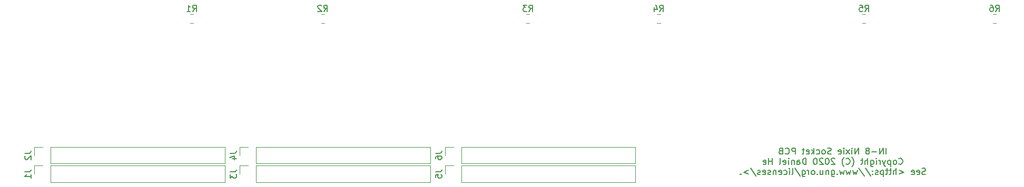
<source format=gbr>
%TF.GenerationSoftware,KiCad,Pcbnew,(5.1.5-131-g305ed0b65)-1*%
%TF.CreationDate,2020-09-08T16:14:20+08:00*%
%TF.ProjectId,IN-8,494e2d38-2e6b-4696-9361-645f70636258,rev?*%
%TF.SameCoordinates,Original*%
%TF.FileFunction,Legend,Bot*%
%TF.FilePolarity,Positive*%
%FSLAX46Y46*%
G04 Gerber Fmt 4.6, Leading zero omitted, Abs format (unit mm)*
G04 Created by KiCad (PCBNEW (5.1.5-131-g305ed0b65)-1) date 2020-09-08 16:14:20*
%MOMM*%
%LPD*%
G01*
G04 APERTURE LIST*
%ADD10C,0.150000*%
%ADD11C,0.120000*%
G04 APERTURE END LIST*
D10*
X211571428Y-95802380D02*
X211571428Y-94802380D01*
X211095238Y-95802380D02*
X211095238Y-94802380D01*
X210523809Y-95802380D01*
X210523809Y-94802380D01*
X210047619Y-95421428D02*
X209285714Y-95421428D01*
X208666666Y-95230952D02*
X208761904Y-95183333D01*
X208809523Y-95135714D01*
X208857142Y-95040476D01*
X208857142Y-94992857D01*
X208809523Y-94897619D01*
X208761904Y-94850000D01*
X208666666Y-94802380D01*
X208476190Y-94802380D01*
X208380952Y-94850000D01*
X208333333Y-94897619D01*
X208285714Y-94992857D01*
X208285714Y-95040476D01*
X208333333Y-95135714D01*
X208380952Y-95183333D01*
X208476190Y-95230952D01*
X208666666Y-95230952D01*
X208761904Y-95278571D01*
X208809523Y-95326190D01*
X208857142Y-95421428D01*
X208857142Y-95611904D01*
X208809523Y-95707142D01*
X208761904Y-95754761D01*
X208666666Y-95802380D01*
X208476190Y-95802380D01*
X208380952Y-95754761D01*
X208333333Y-95707142D01*
X208285714Y-95611904D01*
X208285714Y-95421428D01*
X208333333Y-95326190D01*
X208380952Y-95278571D01*
X208476190Y-95230952D01*
X207095238Y-95802380D02*
X207095238Y-94802380D01*
X206523809Y-95802380D01*
X206523809Y-94802380D01*
X206047619Y-95802380D02*
X206047619Y-95135714D01*
X206047619Y-94802380D02*
X206095238Y-94850000D01*
X206047619Y-94897619D01*
X206000000Y-94850000D01*
X206047619Y-94802380D01*
X206047619Y-94897619D01*
X205666666Y-95802380D02*
X205142857Y-95135714D01*
X205666666Y-95135714D02*
X205142857Y-95802380D01*
X204761904Y-95802380D02*
X204761904Y-95135714D01*
X204761904Y-94802380D02*
X204809523Y-94850000D01*
X204761904Y-94897619D01*
X204714285Y-94850000D01*
X204761904Y-94802380D01*
X204761904Y-94897619D01*
X203904761Y-95754761D02*
X204000000Y-95802380D01*
X204190476Y-95802380D01*
X204285714Y-95754761D01*
X204333333Y-95659523D01*
X204333333Y-95278571D01*
X204285714Y-95183333D01*
X204190476Y-95135714D01*
X204000000Y-95135714D01*
X203904761Y-95183333D01*
X203857142Y-95278571D01*
X203857142Y-95373809D01*
X204333333Y-95469047D01*
X202714285Y-95754761D02*
X202571428Y-95802380D01*
X202333333Y-95802380D01*
X202238095Y-95754761D01*
X202190476Y-95707142D01*
X202142857Y-95611904D01*
X202142857Y-95516666D01*
X202190476Y-95421428D01*
X202238095Y-95373809D01*
X202333333Y-95326190D01*
X202523809Y-95278571D01*
X202619047Y-95230952D01*
X202666666Y-95183333D01*
X202714285Y-95088095D01*
X202714285Y-94992857D01*
X202666666Y-94897619D01*
X202619047Y-94850000D01*
X202523809Y-94802380D01*
X202285714Y-94802380D01*
X202142857Y-94850000D01*
X201571428Y-95802380D02*
X201666666Y-95754761D01*
X201714285Y-95707142D01*
X201761904Y-95611904D01*
X201761904Y-95326190D01*
X201714285Y-95230952D01*
X201666666Y-95183333D01*
X201571428Y-95135714D01*
X201428571Y-95135714D01*
X201333333Y-95183333D01*
X201285714Y-95230952D01*
X201238095Y-95326190D01*
X201238095Y-95611904D01*
X201285714Y-95707142D01*
X201333333Y-95754761D01*
X201428571Y-95802380D01*
X201571428Y-95802380D01*
X200380952Y-95754761D02*
X200476190Y-95802380D01*
X200666666Y-95802380D01*
X200761904Y-95754761D01*
X200809523Y-95707142D01*
X200857142Y-95611904D01*
X200857142Y-95326190D01*
X200809523Y-95230952D01*
X200761904Y-95183333D01*
X200666666Y-95135714D01*
X200476190Y-95135714D01*
X200380952Y-95183333D01*
X199952380Y-95802380D02*
X199952380Y-94802380D01*
X199857142Y-95421428D02*
X199571428Y-95802380D01*
X199571428Y-95135714D02*
X199952380Y-95516666D01*
X198761904Y-95754761D02*
X198857142Y-95802380D01*
X199047619Y-95802380D01*
X199142857Y-95754761D01*
X199190476Y-95659523D01*
X199190476Y-95278571D01*
X199142857Y-95183333D01*
X199047619Y-95135714D01*
X198857142Y-95135714D01*
X198761904Y-95183333D01*
X198714285Y-95278571D01*
X198714285Y-95373809D01*
X199190476Y-95469047D01*
X198428571Y-95135714D02*
X198047619Y-95135714D01*
X198285714Y-94802380D02*
X198285714Y-95659523D01*
X198238095Y-95754761D01*
X198142857Y-95802380D01*
X198047619Y-95802380D01*
X196952380Y-95802380D02*
X196952380Y-94802380D01*
X196571428Y-94802380D01*
X196476190Y-94850000D01*
X196428571Y-94897619D01*
X196380952Y-94992857D01*
X196380952Y-95135714D01*
X196428571Y-95230952D01*
X196476190Y-95278571D01*
X196571428Y-95326190D01*
X196952380Y-95326190D01*
X195380952Y-95707142D02*
X195428571Y-95754761D01*
X195571428Y-95802380D01*
X195666666Y-95802380D01*
X195809523Y-95754761D01*
X195904761Y-95659523D01*
X195952380Y-95564285D01*
X196000000Y-95373809D01*
X196000000Y-95230952D01*
X195952380Y-95040476D01*
X195904761Y-94945238D01*
X195809523Y-94850000D01*
X195666666Y-94802380D01*
X195571428Y-94802380D01*
X195428571Y-94850000D01*
X195380952Y-94897619D01*
X194619047Y-95278571D02*
X194476190Y-95326190D01*
X194428571Y-95373809D01*
X194380952Y-95469047D01*
X194380952Y-95611904D01*
X194428571Y-95707142D01*
X194476190Y-95754761D01*
X194571428Y-95802380D01*
X194952380Y-95802380D01*
X194952380Y-94802380D01*
X194619047Y-94802380D01*
X194523809Y-94850000D01*
X194476190Y-94897619D01*
X194428571Y-94992857D01*
X194428571Y-95088095D01*
X194476190Y-95183333D01*
X194523809Y-95230952D01*
X194619047Y-95278571D01*
X194952380Y-95278571D01*
X213595238Y-97357142D02*
X213642857Y-97404761D01*
X213785714Y-97452380D01*
X213880952Y-97452380D01*
X214023809Y-97404761D01*
X214119047Y-97309523D01*
X214166666Y-97214285D01*
X214214285Y-97023809D01*
X214214285Y-96880952D01*
X214166666Y-96690476D01*
X214119047Y-96595238D01*
X214023809Y-96500000D01*
X213880952Y-96452380D01*
X213785714Y-96452380D01*
X213642857Y-96500000D01*
X213595238Y-96547619D01*
X213023809Y-97452380D02*
X213119047Y-97404761D01*
X213166666Y-97357142D01*
X213214285Y-97261904D01*
X213214285Y-96976190D01*
X213166666Y-96880952D01*
X213119047Y-96833333D01*
X213023809Y-96785714D01*
X212880952Y-96785714D01*
X212785714Y-96833333D01*
X212738095Y-96880952D01*
X212690476Y-96976190D01*
X212690476Y-97261904D01*
X212738095Y-97357142D01*
X212785714Y-97404761D01*
X212880952Y-97452380D01*
X213023809Y-97452380D01*
X212261904Y-96785714D02*
X212261904Y-97785714D01*
X212261904Y-96833333D02*
X212166666Y-96785714D01*
X211976190Y-96785714D01*
X211880952Y-96833333D01*
X211833333Y-96880952D01*
X211785714Y-96976190D01*
X211785714Y-97261904D01*
X211833333Y-97357142D01*
X211880952Y-97404761D01*
X211976190Y-97452380D01*
X212166666Y-97452380D01*
X212261904Y-97404761D01*
X211452380Y-96785714D02*
X211214285Y-97452380D01*
X210976190Y-96785714D02*
X211214285Y-97452380D01*
X211309523Y-97690476D01*
X211357142Y-97738095D01*
X211452380Y-97785714D01*
X210595238Y-97452380D02*
X210595238Y-96785714D01*
X210595238Y-96976190D02*
X210547619Y-96880952D01*
X210500000Y-96833333D01*
X210404761Y-96785714D01*
X210309523Y-96785714D01*
X209976190Y-97452380D02*
X209976190Y-96785714D01*
X209976190Y-96452380D02*
X210023809Y-96500000D01*
X209976190Y-96547619D01*
X209928571Y-96500000D01*
X209976190Y-96452380D01*
X209976190Y-96547619D01*
X209071428Y-96785714D02*
X209071428Y-97595238D01*
X209119047Y-97690476D01*
X209166666Y-97738095D01*
X209261904Y-97785714D01*
X209404761Y-97785714D01*
X209500000Y-97738095D01*
X209071428Y-97404761D02*
X209166666Y-97452380D01*
X209357142Y-97452380D01*
X209452380Y-97404761D01*
X209500000Y-97357142D01*
X209547619Y-97261904D01*
X209547619Y-96976190D01*
X209500000Y-96880952D01*
X209452380Y-96833333D01*
X209357142Y-96785714D01*
X209166666Y-96785714D01*
X209071428Y-96833333D01*
X208595238Y-97452380D02*
X208595238Y-96452380D01*
X208166666Y-97452380D02*
X208166666Y-96928571D01*
X208214285Y-96833333D01*
X208309523Y-96785714D01*
X208452380Y-96785714D01*
X208547619Y-96833333D01*
X208595238Y-96880952D01*
X207833333Y-96785714D02*
X207452380Y-96785714D01*
X207690476Y-96452380D02*
X207690476Y-97309523D01*
X207642857Y-97404761D01*
X207547619Y-97452380D01*
X207452380Y-97452380D01*
X206071428Y-97833333D02*
X206119047Y-97785714D01*
X206214285Y-97642857D01*
X206261904Y-97547619D01*
X206309523Y-97404761D01*
X206357142Y-97166666D01*
X206357142Y-96976190D01*
X206309523Y-96738095D01*
X206261904Y-96595238D01*
X206214285Y-96500000D01*
X206119047Y-96357142D01*
X206071428Y-96309523D01*
X205119047Y-97357142D02*
X205166666Y-97404761D01*
X205309523Y-97452380D01*
X205404761Y-97452380D01*
X205547619Y-97404761D01*
X205642857Y-97309523D01*
X205690476Y-97214285D01*
X205738095Y-97023809D01*
X205738095Y-96880952D01*
X205690476Y-96690476D01*
X205642857Y-96595238D01*
X205547619Y-96500000D01*
X205404761Y-96452380D01*
X205309523Y-96452380D01*
X205166666Y-96500000D01*
X205119047Y-96547619D01*
X204785714Y-97833333D02*
X204738095Y-97785714D01*
X204642857Y-97642857D01*
X204595238Y-97547619D01*
X204547619Y-97404761D01*
X204500000Y-97166666D01*
X204500000Y-96976190D01*
X204547619Y-96738095D01*
X204595238Y-96595238D01*
X204642857Y-96500000D01*
X204738095Y-96357142D01*
X204785714Y-96309523D01*
X203309523Y-96547619D02*
X203261904Y-96500000D01*
X203166666Y-96452380D01*
X202928571Y-96452380D01*
X202833333Y-96500000D01*
X202785714Y-96547619D01*
X202738095Y-96642857D01*
X202738095Y-96738095D01*
X202785714Y-96880952D01*
X203357142Y-97452380D01*
X202738095Y-97452380D01*
X202119047Y-96452380D02*
X202023809Y-96452380D01*
X201928571Y-96500000D01*
X201880952Y-96547619D01*
X201833333Y-96642857D01*
X201785714Y-96833333D01*
X201785714Y-97071428D01*
X201833333Y-97261904D01*
X201880952Y-97357142D01*
X201928571Y-97404761D01*
X202023809Y-97452380D01*
X202119047Y-97452380D01*
X202214285Y-97404761D01*
X202261904Y-97357142D01*
X202309523Y-97261904D01*
X202357142Y-97071428D01*
X202357142Y-96833333D01*
X202309523Y-96642857D01*
X202261904Y-96547619D01*
X202214285Y-96500000D01*
X202119047Y-96452380D01*
X201404761Y-96547619D02*
X201357142Y-96500000D01*
X201261904Y-96452380D01*
X201023809Y-96452380D01*
X200928571Y-96500000D01*
X200880952Y-96547619D01*
X200833333Y-96642857D01*
X200833333Y-96738095D01*
X200880952Y-96880952D01*
X201452380Y-97452380D01*
X200833333Y-97452380D01*
X200214285Y-96452380D02*
X200119047Y-96452380D01*
X200023809Y-96500000D01*
X199976190Y-96547619D01*
X199928571Y-96642857D01*
X199880952Y-96833333D01*
X199880952Y-97071428D01*
X199928571Y-97261904D01*
X199976190Y-97357142D01*
X200023809Y-97404761D01*
X200119047Y-97452380D01*
X200214285Y-97452380D01*
X200309523Y-97404761D01*
X200357142Y-97357142D01*
X200404761Y-97261904D01*
X200452380Y-97071428D01*
X200452380Y-96833333D01*
X200404761Y-96642857D01*
X200357142Y-96547619D01*
X200309523Y-96500000D01*
X200214285Y-96452380D01*
X198690476Y-97452380D02*
X198690476Y-96452380D01*
X198452380Y-96452380D01*
X198309523Y-96500000D01*
X198214285Y-96595238D01*
X198166666Y-96690476D01*
X198119047Y-96880952D01*
X198119047Y-97023809D01*
X198166666Y-97214285D01*
X198214285Y-97309523D01*
X198309523Y-97404761D01*
X198452380Y-97452380D01*
X198690476Y-97452380D01*
X197261904Y-97452380D02*
X197261904Y-96928571D01*
X197309523Y-96833333D01*
X197404761Y-96785714D01*
X197595238Y-96785714D01*
X197690476Y-96833333D01*
X197261904Y-97404761D02*
X197357142Y-97452380D01*
X197595238Y-97452380D01*
X197690476Y-97404761D01*
X197738095Y-97309523D01*
X197738095Y-97214285D01*
X197690476Y-97119047D01*
X197595238Y-97071428D01*
X197357142Y-97071428D01*
X197261904Y-97023809D01*
X196785714Y-96785714D02*
X196785714Y-97452380D01*
X196785714Y-96880952D02*
X196738095Y-96833333D01*
X196642857Y-96785714D01*
X196500000Y-96785714D01*
X196404761Y-96833333D01*
X196357142Y-96928571D01*
X196357142Y-97452380D01*
X195880952Y-97452380D02*
X195880952Y-96785714D01*
X195880952Y-96452380D02*
X195928571Y-96500000D01*
X195880952Y-96547619D01*
X195833333Y-96500000D01*
X195880952Y-96452380D01*
X195880952Y-96547619D01*
X195023809Y-97404761D02*
X195119047Y-97452380D01*
X195309523Y-97452380D01*
X195404761Y-97404761D01*
X195452380Y-97309523D01*
X195452380Y-96928571D01*
X195404761Y-96833333D01*
X195309523Y-96785714D01*
X195119047Y-96785714D01*
X195023809Y-96833333D01*
X194976190Y-96928571D01*
X194976190Y-97023809D01*
X195452380Y-97119047D01*
X194404761Y-97452380D02*
X194500000Y-97404761D01*
X194547619Y-97309523D01*
X194547619Y-96452380D01*
X193261904Y-97452380D02*
X193261904Y-96452380D01*
X193261904Y-96928571D02*
X192690476Y-96928571D01*
X192690476Y-97452380D02*
X192690476Y-96452380D01*
X191833333Y-97404761D02*
X191928571Y-97452380D01*
X192119047Y-97452380D01*
X192214285Y-97404761D01*
X192261904Y-97309523D01*
X192261904Y-96928571D01*
X192214285Y-96833333D01*
X192119047Y-96785714D01*
X191928571Y-96785714D01*
X191833333Y-96833333D01*
X191785714Y-96928571D01*
X191785714Y-97023809D01*
X192261904Y-97119047D01*
X217880952Y-99054761D02*
X217738095Y-99102380D01*
X217500000Y-99102380D01*
X217404761Y-99054761D01*
X217357142Y-99007142D01*
X217309523Y-98911904D01*
X217309523Y-98816666D01*
X217357142Y-98721428D01*
X217404761Y-98673809D01*
X217500000Y-98626190D01*
X217690476Y-98578571D01*
X217785714Y-98530952D01*
X217833333Y-98483333D01*
X217880952Y-98388095D01*
X217880952Y-98292857D01*
X217833333Y-98197619D01*
X217785714Y-98150000D01*
X217690476Y-98102380D01*
X217452380Y-98102380D01*
X217309523Y-98150000D01*
X216500000Y-99054761D02*
X216595238Y-99102380D01*
X216785714Y-99102380D01*
X216880952Y-99054761D01*
X216928571Y-98959523D01*
X216928571Y-98578571D01*
X216880952Y-98483333D01*
X216785714Y-98435714D01*
X216595238Y-98435714D01*
X216500000Y-98483333D01*
X216452380Y-98578571D01*
X216452380Y-98673809D01*
X216928571Y-98769047D01*
X215642857Y-99054761D02*
X215738095Y-99102380D01*
X215928571Y-99102380D01*
X216023809Y-99054761D01*
X216071428Y-98959523D01*
X216071428Y-98578571D01*
X216023809Y-98483333D01*
X215928571Y-98435714D01*
X215738095Y-98435714D01*
X215642857Y-98483333D01*
X215595238Y-98578571D01*
X215595238Y-98673809D01*
X216071428Y-98769047D01*
X213642857Y-98435714D02*
X214404761Y-98721428D01*
X213642857Y-99007142D01*
X213166666Y-99102380D02*
X213166666Y-98102380D01*
X212738095Y-99102380D02*
X212738095Y-98578571D01*
X212785714Y-98483333D01*
X212880952Y-98435714D01*
X213023809Y-98435714D01*
X213119047Y-98483333D01*
X213166666Y-98530952D01*
X212404761Y-98435714D02*
X212023809Y-98435714D01*
X212261904Y-98102380D02*
X212261904Y-98959523D01*
X212214285Y-99054761D01*
X212119047Y-99102380D01*
X212023809Y-99102380D01*
X211833333Y-98435714D02*
X211452380Y-98435714D01*
X211690476Y-98102380D02*
X211690476Y-98959523D01*
X211642857Y-99054761D01*
X211547619Y-99102380D01*
X211452380Y-99102380D01*
X211119047Y-98435714D02*
X211119047Y-99435714D01*
X211119047Y-98483333D02*
X211023809Y-98435714D01*
X210833333Y-98435714D01*
X210738095Y-98483333D01*
X210690476Y-98530952D01*
X210642857Y-98626190D01*
X210642857Y-98911904D01*
X210690476Y-99007142D01*
X210738095Y-99054761D01*
X210833333Y-99102380D01*
X211023809Y-99102380D01*
X211119047Y-99054761D01*
X210261904Y-99054761D02*
X210166666Y-99102380D01*
X209976190Y-99102380D01*
X209880952Y-99054761D01*
X209833333Y-98959523D01*
X209833333Y-98911904D01*
X209880952Y-98816666D01*
X209976190Y-98769047D01*
X210119047Y-98769047D01*
X210214285Y-98721428D01*
X210261904Y-98626190D01*
X210261904Y-98578571D01*
X210214285Y-98483333D01*
X210119047Y-98435714D01*
X209976190Y-98435714D01*
X209880952Y-98483333D01*
X209404761Y-99007142D02*
X209357142Y-99054761D01*
X209404761Y-99102380D01*
X209452380Y-99054761D01*
X209404761Y-99007142D01*
X209404761Y-99102380D01*
X209404761Y-98483333D02*
X209357142Y-98530952D01*
X209404761Y-98578571D01*
X209452380Y-98530952D01*
X209404761Y-98483333D01*
X209404761Y-98578571D01*
X208214285Y-98054761D02*
X209071428Y-99340476D01*
X207166666Y-98054761D02*
X208023809Y-99340476D01*
X206928571Y-98435714D02*
X206738095Y-99102380D01*
X206547619Y-98626190D01*
X206357142Y-99102380D01*
X206166666Y-98435714D01*
X205880952Y-98435714D02*
X205690476Y-99102380D01*
X205500000Y-98626190D01*
X205309523Y-99102380D01*
X205119047Y-98435714D01*
X204833333Y-98435714D02*
X204642857Y-99102380D01*
X204452380Y-98626190D01*
X204261904Y-99102380D01*
X204071428Y-98435714D01*
X203690476Y-99007142D02*
X203642857Y-99054761D01*
X203690476Y-99102380D01*
X203738095Y-99054761D01*
X203690476Y-99007142D01*
X203690476Y-99102380D01*
X202785714Y-98435714D02*
X202785714Y-99245238D01*
X202833333Y-99340476D01*
X202880952Y-99388095D01*
X202976190Y-99435714D01*
X203119047Y-99435714D01*
X203214285Y-99388095D01*
X202785714Y-99054761D02*
X202880952Y-99102380D01*
X203071428Y-99102380D01*
X203166666Y-99054761D01*
X203214285Y-99007142D01*
X203261904Y-98911904D01*
X203261904Y-98626190D01*
X203214285Y-98530952D01*
X203166666Y-98483333D01*
X203071428Y-98435714D01*
X202880952Y-98435714D01*
X202785714Y-98483333D01*
X202309523Y-98435714D02*
X202309523Y-99102380D01*
X202309523Y-98530952D02*
X202261904Y-98483333D01*
X202166666Y-98435714D01*
X202023809Y-98435714D01*
X201928571Y-98483333D01*
X201880952Y-98578571D01*
X201880952Y-99102380D01*
X200976190Y-98435714D02*
X200976190Y-99102380D01*
X201404761Y-98435714D02*
X201404761Y-98959523D01*
X201357142Y-99054761D01*
X201261904Y-99102380D01*
X201119047Y-99102380D01*
X201023809Y-99054761D01*
X200976190Y-99007142D01*
X200500000Y-99007142D02*
X200452380Y-99054761D01*
X200500000Y-99102380D01*
X200547619Y-99054761D01*
X200500000Y-99007142D01*
X200500000Y-99102380D01*
X199880952Y-99102380D02*
X199976190Y-99054761D01*
X200023809Y-99007142D01*
X200071428Y-98911904D01*
X200071428Y-98626190D01*
X200023809Y-98530952D01*
X199976190Y-98483333D01*
X199880952Y-98435714D01*
X199738095Y-98435714D01*
X199642857Y-98483333D01*
X199595238Y-98530952D01*
X199547619Y-98626190D01*
X199547619Y-98911904D01*
X199595238Y-99007142D01*
X199642857Y-99054761D01*
X199738095Y-99102380D01*
X199880952Y-99102380D01*
X199119047Y-99102380D02*
X199119047Y-98435714D01*
X199119047Y-98626190D02*
X199071428Y-98530952D01*
X199023809Y-98483333D01*
X198928571Y-98435714D01*
X198833333Y-98435714D01*
X198071428Y-98435714D02*
X198071428Y-99245238D01*
X198119047Y-99340476D01*
X198166666Y-99388095D01*
X198261904Y-99435714D01*
X198404761Y-99435714D01*
X198500000Y-99388095D01*
X198071428Y-99054761D02*
X198166666Y-99102380D01*
X198357142Y-99102380D01*
X198452380Y-99054761D01*
X198500000Y-99007142D01*
X198547619Y-98911904D01*
X198547619Y-98626190D01*
X198500000Y-98530952D01*
X198452380Y-98483333D01*
X198357142Y-98435714D01*
X198166666Y-98435714D01*
X198071428Y-98483333D01*
X196880952Y-98054761D02*
X197738095Y-99340476D01*
X196404761Y-99102380D02*
X196500000Y-99054761D01*
X196547619Y-98959523D01*
X196547619Y-98102380D01*
X196023809Y-99102380D02*
X196023809Y-98435714D01*
X196023809Y-98102380D02*
X196071428Y-98150000D01*
X196023809Y-98197619D01*
X195976190Y-98150000D01*
X196023809Y-98102380D01*
X196023809Y-98197619D01*
X195119047Y-99054761D02*
X195214285Y-99102380D01*
X195404761Y-99102380D01*
X195500000Y-99054761D01*
X195547619Y-99007142D01*
X195595238Y-98911904D01*
X195595238Y-98626190D01*
X195547619Y-98530952D01*
X195500000Y-98483333D01*
X195404761Y-98435714D01*
X195214285Y-98435714D01*
X195119047Y-98483333D01*
X194309523Y-99054761D02*
X194404761Y-99102380D01*
X194595238Y-99102380D01*
X194690476Y-99054761D01*
X194738095Y-98959523D01*
X194738095Y-98578571D01*
X194690476Y-98483333D01*
X194595238Y-98435714D01*
X194404761Y-98435714D01*
X194309523Y-98483333D01*
X194261904Y-98578571D01*
X194261904Y-98673809D01*
X194738095Y-98769047D01*
X193833333Y-98435714D02*
X193833333Y-99102380D01*
X193833333Y-98530952D02*
X193785714Y-98483333D01*
X193690476Y-98435714D01*
X193547619Y-98435714D01*
X193452380Y-98483333D01*
X193404761Y-98578571D01*
X193404761Y-99102380D01*
X192976190Y-99054761D02*
X192880952Y-99102380D01*
X192690476Y-99102380D01*
X192595238Y-99054761D01*
X192547619Y-98959523D01*
X192547619Y-98911904D01*
X192595238Y-98816666D01*
X192690476Y-98769047D01*
X192833333Y-98769047D01*
X192928571Y-98721428D01*
X192976190Y-98626190D01*
X192976190Y-98578571D01*
X192928571Y-98483333D01*
X192833333Y-98435714D01*
X192690476Y-98435714D01*
X192595238Y-98483333D01*
X191738095Y-99054761D02*
X191833333Y-99102380D01*
X192023809Y-99102380D01*
X192119047Y-99054761D01*
X192166666Y-98959523D01*
X192166666Y-98578571D01*
X192119047Y-98483333D01*
X192023809Y-98435714D01*
X191833333Y-98435714D01*
X191738095Y-98483333D01*
X191690476Y-98578571D01*
X191690476Y-98673809D01*
X192166666Y-98769047D01*
X191309523Y-99054761D02*
X191214285Y-99102380D01*
X191023809Y-99102380D01*
X190928571Y-99054761D01*
X190880952Y-98959523D01*
X190880952Y-98911904D01*
X190928571Y-98816666D01*
X191023809Y-98769047D01*
X191166666Y-98769047D01*
X191261904Y-98721428D01*
X191309523Y-98626190D01*
X191309523Y-98578571D01*
X191261904Y-98483333D01*
X191166666Y-98435714D01*
X191023809Y-98435714D01*
X190928571Y-98483333D01*
X189738095Y-98054761D02*
X190595238Y-99340476D01*
X189404761Y-98435714D02*
X188642857Y-98721428D01*
X189404761Y-99007142D01*
X188166666Y-99007142D02*
X188119047Y-99054761D01*
X188166666Y-99102380D01*
X188214285Y-99054761D01*
X188166666Y-99007142D01*
X188166666Y-99102380D01*
D11*
%TO.C,J1*%
X105270000Y-97670000D02*
X105270000Y-100330000D01*
X77270000Y-97670000D02*
X105270000Y-97670000D01*
X77270000Y-100330000D02*
X105270000Y-100330000D01*
X77270000Y-97670000D02*
X77270000Y-100330000D01*
X76000000Y-97670000D02*
X74670000Y-97670000D01*
X74670000Y-97670000D02*
X74670000Y-99000000D01*
%TO.C,J2*%
X105270000Y-94670000D02*
X105270000Y-97330000D01*
X77270000Y-94670000D02*
X105270000Y-94670000D01*
X77270000Y-97330000D02*
X105270000Y-97330000D01*
X77270000Y-94670000D02*
X77270000Y-97330000D01*
X76000000Y-94670000D02*
X74670000Y-94670000D01*
X74670000Y-94670000D02*
X74670000Y-96000000D01*
%TO.C,J3*%
X138270000Y-97670000D02*
X138270000Y-100330000D01*
X110270000Y-97670000D02*
X138270000Y-97670000D01*
X110270000Y-100330000D02*
X138270000Y-100330000D01*
X110270000Y-97670000D02*
X110270000Y-100330000D01*
X109000000Y-97670000D02*
X107670000Y-97670000D01*
X107670000Y-97670000D02*
X107670000Y-99000000D01*
%TO.C,J4*%
X107670000Y-94670000D02*
X107670000Y-96000000D01*
X109000000Y-94670000D02*
X107670000Y-94670000D01*
X110270000Y-94670000D02*
X110270000Y-97330000D01*
X110270000Y-97330000D02*
X138270000Y-97330000D01*
X110270000Y-94670000D02*
X138270000Y-94670000D01*
X138270000Y-94670000D02*
X138270000Y-97330000D01*
%TO.C,J5*%
X140670000Y-97670000D02*
X140670000Y-99000000D01*
X142000000Y-97670000D02*
X140670000Y-97670000D01*
X143270000Y-97670000D02*
X143270000Y-100330000D01*
X143270000Y-100330000D02*
X171270000Y-100330000D01*
X143270000Y-97670000D02*
X171270000Y-97670000D01*
X171270000Y-97670000D02*
X171270000Y-100330000D01*
%TO.C,J6*%
X140670000Y-94670000D02*
X140670000Y-96000000D01*
X142000000Y-94670000D02*
X140670000Y-94670000D01*
X143270000Y-94670000D02*
X143270000Y-97330000D01*
X143270000Y-97330000D02*
X171270000Y-97330000D01*
X143270000Y-94670000D02*
X171270000Y-94670000D01*
X171270000Y-94670000D02*
X171270000Y-97330000D01*
%TO.C,R1*%
X100196078Y-73290000D02*
X99678922Y-73290000D01*
X100196078Y-74710000D02*
X99678922Y-74710000D01*
%TO.C,R2*%
X121258578Y-73290000D02*
X120741422Y-73290000D01*
X121258578Y-74710000D02*
X120741422Y-74710000D01*
%TO.C,R3*%
X154258578Y-73290000D02*
X153741422Y-73290000D01*
X154258578Y-74710000D02*
X153741422Y-74710000D01*
%TO.C,R4*%
X175258578Y-74710000D02*
X174741422Y-74710000D01*
X175258578Y-73290000D02*
X174741422Y-73290000D01*
%TO.C,R5*%
X208258578Y-74710000D02*
X207741422Y-74710000D01*
X208258578Y-73290000D02*
X207741422Y-73290000D01*
%TO.C,R6*%
X229258578Y-74710000D02*
X228741422Y-74710000D01*
X229258578Y-73290000D02*
X228741422Y-73290000D01*
%TO.C,J1*%
D10*
X73122380Y-98666666D02*
X73836666Y-98666666D01*
X73979523Y-98619047D01*
X74074761Y-98523809D01*
X74122380Y-98380952D01*
X74122380Y-98285714D01*
X74122380Y-99666666D02*
X74122380Y-99095238D01*
X74122380Y-99380952D02*
X73122380Y-99380952D01*
X73265238Y-99285714D01*
X73360476Y-99190476D01*
X73408095Y-99095238D01*
%TO.C,J2*%
X73122380Y-95666666D02*
X73836666Y-95666666D01*
X73979523Y-95619047D01*
X74074761Y-95523809D01*
X74122380Y-95380952D01*
X74122380Y-95285714D01*
X73217619Y-96095238D02*
X73170000Y-96142857D01*
X73122380Y-96238095D01*
X73122380Y-96476190D01*
X73170000Y-96571428D01*
X73217619Y-96619047D01*
X73312857Y-96666666D01*
X73408095Y-96666666D01*
X73550952Y-96619047D01*
X74122380Y-96047619D01*
X74122380Y-96666666D01*
%TO.C,J3*%
X106122380Y-98666666D02*
X106836666Y-98666666D01*
X106979523Y-98619047D01*
X107074761Y-98523809D01*
X107122380Y-98380952D01*
X107122380Y-98285714D01*
X106122380Y-99047619D02*
X106122380Y-99666666D01*
X106503333Y-99333333D01*
X106503333Y-99476190D01*
X106550952Y-99571428D01*
X106598571Y-99619047D01*
X106693809Y-99666666D01*
X106931904Y-99666666D01*
X107027142Y-99619047D01*
X107074761Y-99571428D01*
X107122380Y-99476190D01*
X107122380Y-99190476D01*
X107074761Y-99095238D01*
X107027142Y-99047619D01*
%TO.C,J4*%
X106122380Y-95666666D02*
X106836666Y-95666666D01*
X106979523Y-95619047D01*
X107074761Y-95523809D01*
X107122380Y-95380952D01*
X107122380Y-95285714D01*
X106455714Y-96571428D02*
X107122380Y-96571428D01*
X106074761Y-96333333D02*
X106789047Y-96095238D01*
X106789047Y-96714285D01*
%TO.C,J5*%
X139122380Y-98666666D02*
X139836666Y-98666666D01*
X139979523Y-98619047D01*
X140074761Y-98523809D01*
X140122380Y-98380952D01*
X140122380Y-98285714D01*
X139122380Y-99619047D02*
X139122380Y-99142857D01*
X139598571Y-99095238D01*
X139550952Y-99142857D01*
X139503333Y-99238095D01*
X139503333Y-99476190D01*
X139550952Y-99571428D01*
X139598571Y-99619047D01*
X139693809Y-99666666D01*
X139931904Y-99666666D01*
X140027142Y-99619047D01*
X140074761Y-99571428D01*
X140122380Y-99476190D01*
X140122380Y-99238095D01*
X140074761Y-99142857D01*
X140027142Y-99095238D01*
%TO.C,J6*%
X139122380Y-95666666D02*
X139836666Y-95666666D01*
X139979523Y-95619047D01*
X140074761Y-95523809D01*
X140122380Y-95380952D01*
X140122380Y-95285714D01*
X139122380Y-96571428D02*
X139122380Y-96380952D01*
X139170000Y-96285714D01*
X139217619Y-96238095D01*
X139360476Y-96142857D01*
X139550952Y-96095238D01*
X139931904Y-96095238D01*
X140027142Y-96142857D01*
X140074761Y-96190476D01*
X140122380Y-96285714D01*
X140122380Y-96476190D01*
X140074761Y-96571428D01*
X140027142Y-96619047D01*
X139931904Y-96666666D01*
X139693809Y-96666666D01*
X139598571Y-96619047D01*
X139550952Y-96571428D01*
X139503333Y-96476190D01*
X139503333Y-96285714D01*
X139550952Y-96190476D01*
X139598571Y-96142857D01*
X139693809Y-96095238D01*
%TO.C,R1*%
X100104166Y-72802380D02*
X100437500Y-72326190D01*
X100675595Y-72802380D02*
X100675595Y-71802380D01*
X100294642Y-71802380D01*
X100199404Y-71850000D01*
X100151785Y-71897619D01*
X100104166Y-71992857D01*
X100104166Y-72135714D01*
X100151785Y-72230952D01*
X100199404Y-72278571D01*
X100294642Y-72326190D01*
X100675595Y-72326190D01*
X99151785Y-72802380D02*
X99723214Y-72802380D01*
X99437500Y-72802380D02*
X99437500Y-71802380D01*
X99532738Y-71945238D01*
X99627976Y-72040476D01*
X99723214Y-72088095D01*
%TO.C,R2*%
X121166666Y-72802380D02*
X121500000Y-72326190D01*
X121738095Y-72802380D02*
X121738095Y-71802380D01*
X121357142Y-71802380D01*
X121261904Y-71850000D01*
X121214285Y-71897619D01*
X121166666Y-71992857D01*
X121166666Y-72135714D01*
X121214285Y-72230952D01*
X121261904Y-72278571D01*
X121357142Y-72326190D01*
X121738095Y-72326190D01*
X120785714Y-71897619D02*
X120738095Y-71850000D01*
X120642857Y-71802380D01*
X120404761Y-71802380D01*
X120309523Y-71850000D01*
X120261904Y-71897619D01*
X120214285Y-71992857D01*
X120214285Y-72088095D01*
X120261904Y-72230952D01*
X120833333Y-72802380D01*
X120214285Y-72802380D01*
%TO.C,R3*%
X154166666Y-72802380D02*
X154500000Y-72326190D01*
X154738095Y-72802380D02*
X154738095Y-71802380D01*
X154357142Y-71802380D01*
X154261904Y-71850000D01*
X154214285Y-71897619D01*
X154166666Y-71992857D01*
X154166666Y-72135714D01*
X154214285Y-72230952D01*
X154261904Y-72278571D01*
X154357142Y-72326190D01*
X154738095Y-72326190D01*
X153833333Y-71802380D02*
X153214285Y-71802380D01*
X153547619Y-72183333D01*
X153404761Y-72183333D01*
X153309523Y-72230952D01*
X153261904Y-72278571D01*
X153214285Y-72373809D01*
X153214285Y-72611904D01*
X153261904Y-72707142D01*
X153309523Y-72754761D01*
X153404761Y-72802380D01*
X153690476Y-72802380D01*
X153785714Y-72754761D01*
X153833333Y-72707142D01*
%TO.C,R4*%
X175166666Y-72802380D02*
X175500000Y-72326190D01*
X175738095Y-72802380D02*
X175738095Y-71802380D01*
X175357142Y-71802380D01*
X175261904Y-71850000D01*
X175214285Y-71897619D01*
X175166666Y-71992857D01*
X175166666Y-72135714D01*
X175214285Y-72230952D01*
X175261904Y-72278571D01*
X175357142Y-72326190D01*
X175738095Y-72326190D01*
X174309523Y-72135714D02*
X174309523Y-72802380D01*
X174547619Y-71754761D02*
X174785714Y-72469047D01*
X174166666Y-72469047D01*
%TO.C,R5*%
X208166666Y-72802380D02*
X208500000Y-72326190D01*
X208738095Y-72802380D02*
X208738095Y-71802380D01*
X208357142Y-71802380D01*
X208261904Y-71850000D01*
X208214285Y-71897619D01*
X208166666Y-71992857D01*
X208166666Y-72135714D01*
X208214285Y-72230952D01*
X208261904Y-72278571D01*
X208357142Y-72326190D01*
X208738095Y-72326190D01*
X207261904Y-71802380D02*
X207738095Y-71802380D01*
X207785714Y-72278571D01*
X207738095Y-72230952D01*
X207642857Y-72183333D01*
X207404761Y-72183333D01*
X207309523Y-72230952D01*
X207261904Y-72278571D01*
X207214285Y-72373809D01*
X207214285Y-72611904D01*
X207261904Y-72707142D01*
X207309523Y-72754761D01*
X207404761Y-72802380D01*
X207642857Y-72802380D01*
X207738095Y-72754761D01*
X207785714Y-72707142D01*
%TO.C,R6*%
X229166666Y-72802380D02*
X229500000Y-72326190D01*
X229738095Y-72802380D02*
X229738095Y-71802380D01*
X229357142Y-71802380D01*
X229261904Y-71850000D01*
X229214285Y-71897619D01*
X229166666Y-71992857D01*
X229166666Y-72135714D01*
X229214285Y-72230952D01*
X229261904Y-72278571D01*
X229357142Y-72326190D01*
X229738095Y-72326190D01*
X228309523Y-71802380D02*
X228500000Y-71802380D01*
X228595238Y-71850000D01*
X228642857Y-71897619D01*
X228738095Y-72040476D01*
X228785714Y-72230952D01*
X228785714Y-72611904D01*
X228738095Y-72707142D01*
X228690476Y-72754761D01*
X228595238Y-72802380D01*
X228404761Y-72802380D01*
X228309523Y-72754761D01*
X228261904Y-72707142D01*
X228214285Y-72611904D01*
X228214285Y-72373809D01*
X228261904Y-72278571D01*
X228309523Y-72230952D01*
X228404761Y-72183333D01*
X228595238Y-72183333D01*
X228690476Y-72230952D01*
X228738095Y-72278571D01*
X228785714Y-72373809D01*
%TD*%
M02*

</source>
